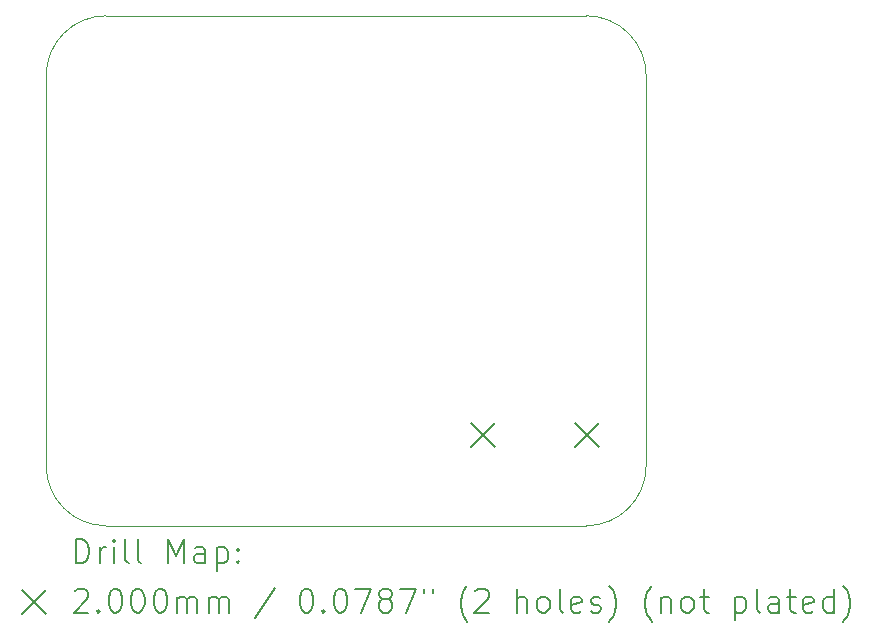
<source format=gbr>
%TF.GenerationSoftware,KiCad,Pcbnew,(6.0.7)*%
%TF.CreationDate,2022-08-15T12:54:55-04:00*%
%TF.ProjectId,2022_generic,32303232-5f67-4656-9e65-7269632e6b69,rev?*%
%TF.SameCoordinates,Original*%
%TF.FileFunction,Drillmap*%
%TF.FilePolarity,Positive*%
%FSLAX45Y45*%
G04 Gerber Fmt 4.5, Leading zero omitted, Abs format (unit mm)*
G04 Created by KiCad (PCBNEW (6.0.7)) date 2022-08-15 12:54:55*
%MOMM*%
%LPD*%
G01*
G04 APERTURE LIST*
%ADD10C,0.100000*%
%ADD11C,0.200000*%
G04 APERTURE END LIST*
D10*
X18034000Y-13970000D02*
G75*
G03*
X18542000Y-13462000I0J508000D01*
G01*
X18542000Y-10160000D02*
G75*
G03*
X18034000Y-9652000I-508000J0D01*
G01*
X18542000Y-10160000D02*
X18542000Y-13462000D01*
X18034000Y-13970000D02*
X13970000Y-13970000D01*
X13970000Y-9652000D02*
G75*
G03*
X13462000Y-10160000I0J-508000D01*
G01*
X13970000Y-9652000D02*
X18034000Y-9652000D01*
X13462000Y-13462000D02*
X13462000Y-10160000D01*
X13462000Y-13462000D02*
G75*
G03*
X13970000Y-13970000I508000J0D01*
G01*
D11*
X17062200Y-13101400D02*
X17262200Y-13301400D01*
X17262200Y-13101400D02*
X17062200Y-13301400D01*
X17942200Y-13101400D02*
X18142200Y-13301400D01*
X18142200Y-13101400D02*
X17942200Y-13301400D01*
X13714619Y-14285476D02*
X13714619Y-14085476D01*
X13762238Y-14085476D01*
X13790809Y-14095000D01*
X13809857Y-14114048D01*
X13819381Y-14133095D01*
X13828905Y-14171190D01*
X13828905Y-14199762D01*
X13819381Y-14237857D01*
X13809857Y-14256905D01*
X13790809Y-14275952D01*
X13762238Y-14285476D01*
X13714619Y-14285476D01*
X13914619Y-14285476D02*
X13914619Y-14152143D01*
X13914619Y-14190238D02*
X13924143Y-14171190D01*
X13933667Y-14161667D01*
X13952714Y-14152143D01*
X13971762Y-14152143D01*
X14038428Y-14285476D02*
X14038428Y-14152143D01*
X14038428Y-14085476D02*
X14028905Y-14095000D01*
X14038428Y-14104524D01*
X14047952Y-14095000D01*
X14038428Y-14085476D01*
X14038428Y-14104524D01*
X14162238Y-14285476D02*
X14143190Y-14275952D01*
X14133667Y-14256905D01*
X14133667Y-14085476D01*
X14267000Y-14285476D02*
X14247952Y-14275952D01*
X14238428Y-14256905D01*
X14238428Y-14085476D01*
X14495571Y-14285476D02*
X14495571Y-14085476D01*
X14562238Y-14228333D01*
X14628905Y-14085476D01*
X14628905Y-14285476D01*
X14809857Y-14285476D02*
X14809857Y-14180714D01*
X14800333Y-14161667D01*
X14781286Y-14152143D01*
X14743190Y-14152143D01*
X14724143Y-14161667D01*
X14809857Y-14275952D02*
X14790809Y-14285476D01*
X14743190Y-14285476D01*
X14724143Y-14275952D01*
X14714619Y-14256905D01*
X14714619Y-14237857D01*
X14724143Y-14218809D01*
X14743190Y-14209286D01*
X14790809Y-14209286D01*
X14809857Y-14199762D01*
X14905095Y-14152143D02*
X14905095Y-14352143D01*
X14905095Y-14161667D02*
X14924143Y-14152143D01*
X14962238Y-14152143D01*
X14981286Y-14161667D01*
X14990809Y-14171190D01*
X15000333Y-14190238D01*
X15000333Y-14247381D01*
X14990809Y-14266428D01*
X14981286Y-14275952D01*
X14962238Y-14285476D01*
X14924143Y-14285476D01*
X14905095Y-14275952D01*
X15086048Y-14266428D02*
X15095571Y-14275952D01*
X15086048Y-14285476D01*
X15076524Y-14275952D01*
X15086048Y-14266428D01*
X15086048Y-14285476D01*
X15086048Y-14161667D02*
X15095571Y-14171190D01*
X15086048Y-14180714D01*
X15076524Y-14171190D01*
X15086048Y-14161667D01*
X15086048Y-14180714D01*
X13257000Y-14515000D02*
X13457000Y-14715000D01*
X13457000Y-14515000D02*
X13257000Y-14715000D01*
X13705095Y-14524524D02*
X13714619Y-14515000D01*
X13733667Y-14505476D01*
X13781286Y-14505476D01*
X13800333Y-14515000D01*
X13809857Y-14524524D01*
X13819381Y-14543571D01*
X13819381Y-14562619D01*
X13809857Y-14591190D01*
X13695571Y-14705476D01*
X13819381Y-14705476D01*
X13905095Y-14686428D02*
X13914619Y-14695952D01*
X13905095Y-14705476D01*
X13895571Y-14695952D01*
X13905095Y-14686428D01*
X13905095Y-14705476D01*
X14038428Y-14505476D02*
X14057476Y-14505476D01*
X14076524Y-14515000D01*
X14086048Y-14524524D01*
X14095571Y-14543571D01*
X14105095Y-14581667D01*
X14105095Y-14629286D01*
X14095571Y-14667381D01*
X14086048Y-14686428D01*
X14076524Y-14695952D01*
X14057476Y-14705476D01*
X14038428Y-14705476D01*
X14019381Y-14695952D01*
X14009857Y-14686428D01*
X14000333Y-14667381D01*
X13990809Y-14629286D01*
X13990809Y-14581667D01*
X14000333Y-14543571D01*
X14009857Y-14524524D01*
X14019381Y-14515000D01*
X14038428Y-14505476D01*
X14228905Y-14505476D02*
X14247952Y-14505476D01*
X14267000Y-14515000D01*
X14276524Y-14524524D01*
X14286048Y-14543571D01*
X14295571Y-14581667D01*
X14295571Y-14629286D01*
X14286048Y-14667381D01*
X14276524Y-14686428D01*
X14267000Y-14695952D01*
X14247952Y-14705476D01*
X14228905Y-14705476D01*
X14209857Y-14695952D01*
X14200333Y-14686428D01*
X14190809Y-14667381D01*
X14181286Y-14629286D01*
X14181286Y-14581667D01*
X14190809Y-14543571D01*
X14200333Y-14524524D01*
X14209857Y-14515000D01*
X14228905Y-14505476D01*
X14419381Y-14505476D02*
X14438428Y-14505476D01*
X14457476Y-14515000D01*
X14467000Y-14524524D01*
X14476524Y-14543571D01*
X14486048Y-14581667D01*
X14486048Y-14629286D01*
X14476524Y-14667381D01*
X14467000Y-14686428D01*
X14457476Y-14695952D01*
X14438428Y-14705476D01*
X14419381Y-14705476D01*
X14400333Y-14695952D01*
X14390809Y-14686428D01*
X14381286Y-14667381D01*
X14371762Y-14629286D01*
X14371762Y-14581667D01*
X14381286Y-14543571D01*
X14390809Y-14524524D01*
X14400333Y-14515000D01*
X14419381Y-14505476D01*
X14571762Y-14705476D02*
X14571762Y-14572143D01*
X14571762Y-14591190D02*
X14581286Y-14581667D01*
X14600333Y-14572143D01*
X14628905Y-14572143D01*
X14647952Y-14581667D01*
X14657476Y-14600714D01*
X14657476Y-14705476D01*
X14657476Y-14600714D02*
X14667000Y-14581667D01*
X14686048Y-14572143D01*
X14714619Y-14572143D01*
X14733667Y-14581667D01*
X14743190Y-14600714D01*
X14743190Y-14705476D01*
X14838428Y-14705476D02*
X14838428Y-14572143D01*
X14838428Y-14591190D02*
X14847952Y-14581667D01*
X14867000Y-14572143D01*
X14895571Y-14572143D01*
X14914619Y-14581667D01*
X14924143Y-14600714D01*
X14924143Y-14705476D01*
X14924143Y-14600714D02*
X14933667Y-14581667D01*
X14952714Y-14572143D01*
X14981286Y-14572143D01*
X15000333Y-14581667D01*
X15009857Y-14600714D01*
X15009857Y-14705476D01*
X15400333Y-14495952D02*
X15228905Y-14753095D01*
X15657476Y-14505476D02*
X15676524Y-14505476D01*
X15695571Y-14515000D01*
X15705095Y-14524524D01*
X15714619Y-14543571D01*
X15724143Y-14581667D01*
X15724143Y-14629286D01*
X15714619Y-14667381D01*
X15705095Y-14686428D01*
X15695571Y-14695952D01*
X15676524Y-14705476D01*
X15657476Y-14705476D01*
X15638428Y-14695952D01*
X15628905Y-14686428D01*
X15619381Y-14667381D01*
X15609857Y-14629286D01*
X15609857Y-14581667D01*
X15619381Y-14543571D01*
X15628905Y-14524524D01*
X15638428Y-14515000D01*
X15657476Y-14505476D01*
X15809857Y-14686428D02*
X15819381Y-14695952D01*
X15809857Y-14705476D01*
X15800333Y-14695952D01*
X15809857Y-14686428D01*
X15809857Y-14705476D01*
X15943190Y-14505476D02*
X15962238Y-14505476D01*
X15981286Y-14515000D01*
X15990809Y-14524524D01*
X16000333Y-14543571D01*
X16009857Y-14581667D01*
X16009857Y-14629286D01*
X16000333Y-14667381D01*
X15990809Y-14686428D01*
X15981286Y-14695952D01*
X15962238Y-14705476D01*
X15943190Y-14705476D01*
X15924143Y-14695952D01*
X15914619Y-14686428D01*
X15905095Y-14667381D01*
X15895571Y-14629286D01*
X15895571Y-14581667D01*
X15905095Y-14543571D01*
X15914619Y-14524524D01*
X15924143Y-14515000D01*
X15943190Y-14505476D01*
X16076524Y-14505476D02*
X16209857Y-14505476D01*
X16124143Y-14705476D01*
X16314619Y-14591190D02*
X16295571Y-14581667D01*
X16286048Y-14572143D01*
X16276524Y-14553095D01*
X16276524Y-14543571D01*
X16286048Y-14524524D01*
X16295571Y-14515000D01*
X16314619Y-14505476D01*
X16352714Y-14505476D01*
X16371762Y-14515000D01*
X16381286Y-14524524D01*
X16390809Y-14543571D01*
X16390809Y-14553095D01*
X16381286Y-14572143D01*
X16371762Y-14581667D01*
X16352714Y-14591190D01*
X16314619Y-14591190D01*
X16295571Y-14600714D01*
X16286048Y-14610238D01*
X16276524Y-14629286D01*
X16276524Y-14667381D01*
X16286048Y-14686428D01*
X16295571Y-14695952D01*
X16314619Y-14705476D01*
X16352714Y-14705476D01*
X16371762Y-14695952D01*
X16381286Y-14686428D01*
X16390809Y-14667381D01*
X16390809Y-14629286D01*
X16381286Y-14610238D01*
X16371762Y-14600714D01*
X16352714Y-14591190D01*
X16457476Y-14505476D02*
X16590809Y-14505476D01*
X16505095Y-14705476D01*
X16657476Y-14505476D02*
X16657476Y-14543571D01*
X16733667Y-14505476D02*
X16733667Y-14543571D01*
X17028905Y-14781667D02*
X17019381Y-14772143D01*
X17000333Y-14743571D01*
X16990810Y-14724524D01*
X16981286Y-14695952D01*
X16971762Y-14648333D01*
X16971762Y-14610238D01*
X16981286Y-14562619D01*
X16990810Y-14534048D01*
X17000333Y-14515000D01*
X17019381Y-14486428D01*
X17028905Y-14476905D01*
X17095571Y-14524524D02*
X17105095Y-14515000D01*
X17124143Y-14505476D01*
X17171762Y-14505476D01*
X17190810Y-14515000D01*
X17200333Y-14524524D01*
X17209857Y-14543571D01*
X17209857Y-14562619D01*
X17200333Y-14591190D01*
X17086048Y-14705476D01*
X17209857Y-14705476D01*
X17447952Y-14705476D02*
X17447952Y-14505476D01*
X17533667Y-14705476D02*
X17533667Y-14600714D01*
X17524143Y-14581667D01*
X17505095Y-14572143D01*
X17476524Y-14572143D01*
X17457476Y-14581667D01*
X17447952Y-14591190D01*
X17657476Y-14705476D02*
X17638429Y-14695952D01*
X17628905Y-14686428D01*
X17619381Y-14667381D01*
X17619381Y-14610238D01*
X17628905Y-14591190D01*
X17638429Y-14581667D01*
X17657476Y-14572143D01*
X17686048Y-14572143D01*
X17705095Y-14581667D01*
X17714619Y-14591190D01*
X17724143Y-14610238D01*
X17724143Y-14667381D01*
X17714619Y-14686428D01*
X17705095Y-14695952D01*
X17686048Y-14705476D01*
X17657476Y-14705476D01*
X17838429Y-14705476D02*
X17819381Y-14695952D01*
X17809857Y-14676905D01*
X17809857Y-14505476D01*
X17990810Y-14695952D02*
X17971762Y-14705476D01*
X17933667Y-14705476D01*
X17914619Y-14695952D01*
X17905095Y-14676905D01*
X17905095Y-14600714D01*
X17914619Y-14581667D01*
X17933667Y-14572143D01*
X17971762Y-14572143D01*
X17990810Y-14581667D01*
X18000333Y-14600714D01*
X18000333Y-14619762D01*
X17905095Y-14638809D01*
X18076524Y-14695952D02*
X18095571Y-14705476D01*
X18133667Y-14705476D01*
X18152714Y-14695952D01*
X18162238Y-14676905D01*
X18162238Y-14667381D01*
X18152714Y-14648333D01*
X18133667Y-14638809D01*
X18105095Y-14638809D01*
X18086048Y-14629286D01*
X18076524Y-14610238D01*
X18076524Y-14600714D01*
X18086048Y-14581667D01*
X18105095Y-14572143D01*
X18133667Y-14572143D01*
X18152714Y-14581667D01*
X18228905Y-14781667D02*
X18238429Y-14772143D01*
X18257476Y-14743571D01*
X18267000Y-14724524D01*
X18276524Y-14695952D01*
X18286048Y-14648333D01*
X18286048Y-14610238D01*
X18276524Y-14562619D01*
X18267000Y-14534048D01*
X18257476Y-14515000D01*
X18238429Y-14486428D01*
X18228905Y-14476905D01*
X18590810Y-14781667D02*
X18581286Y-14772143D01*
X18562238Y-14743571D01*
X18552714Y-14724524D01*
X18543190Y-14695952D01*
X18533667Y-14648333D01*
X18533667Y-14610238D01*
X18543190Y-14562619D01*
X18552714Y-14534048D01*
X18562238Y-14515000D01*
X18581286Y-14486428D01*
X18590810Y-14476905D01*
X18667000Y-14572143D02*
X18667000Y-14705476D01*
X18667000Y-14591190D02*
X18676524Y-14581667D01*
X18695571Y-14572143D01*
X18724143Y-14572143D01*
X18743190Y-14581667D01*
X18752714Y-14600714D01*
X18752714Y-14705476D01*
X18876524Y-14705476D02*
X18857476Y-14695952D01*
X18847952Y-14686428D01*
X18838429Y-14667381D01*
X18838429Y-14610238D01*
X18847952Y-14591190D01*
X18857476Y-14581667D01*
X18876524Y-14572143D01*
X18905095Y-14572143D01*
X18924143Y-14581667D01*
X18933667Y-14591190D01*
X18943190Y-14610238D01*
X18943190Y-14667381D01*
X18933667Y-14686428D01*
X18924143Y-14695952D01*
X18905095Y-14705476D01*
X18876524Y-14705476D01*
X19000333Y-14572143D02*
X19076524Y-14572143D01*
X19028905Y-14505476D02*
X19028905Y-14676905D01*
X19038429Y-14695952D01*
X19057476Y-14705476D01*
X19076524Y-14705476D01*
X19295571Y-14572143D02*
X19295571Y-14772143D01*
X19295571Y-14581667D02*
X19314619Y-14572143D01*
X19352714Y-14572143D01*
X19371762Y-14581667D01*
X19381286Y-14591190D01*
X19390810Y-14610238D01*
X19390810Y-14667381D01*
X19381286Y-14686428D01*
X19371762Y-14695952D01*
X19352714Y-14705476D01*
X19314619Y-14705476D01*
X19295571Y-14695952D01*
X19505095Y-14705476D02*
X19486048Y-14695952D01*
X19476524Y-14676905D01*
X19476524Y-14505476D01*
X19667000Y-14705476D02*
X19667000Y-14600714D01*
X19657476Y-14581667D01*
X19638429Y-14572143D01*
X19600333Y-14572143D01*
X19581286Y-14581667D01*
X19667000Y-14695952D02*
X19647952Y-14705476D01*
X19600333Y-14705476D01*
X19581286Y-14695952D01*
X19571762Y-14676905D01*
X19571762Y-14657857D01*
X19581286Y-14638809D01*
X19600333Y-14629286D01*
X19647952Y-14629286D01*
X19667000Y-14619762D01*
X19733667Y-14572143D02*
X19809857Y-14572143D01*
X19762238Y-14505476D02*
X19762238Y-14676905D01*
X19771762Y-14695952D01*
X19790810Y-14705476D01*
X19809857Y-14705476D01*
X19952714Y-14695952D02*
X19933667Y-14705476D01*
X19895571Y-14705476D01*
X19876524Y-14695952D01*
X19867000Y-14676905D01*
X19867000Y-14600714D01*
X19876524Y-14581667D01*
X19895571Y-14572143D01*
X19933667Y-14572143D01*
X19952714Y-14581667D01*
X19962238Y-14600714D01*
X19962238Y-14619762D01*
X19867000Y-14638809D01*
X20133667Y-14705476D02*
X20133667Y-14505476D01*
X20133667Y-14695952D02*
X20114619Y-14705476D01*
X20076524Y-14705476D01*
X20057476Y-14695952D01*
X20047952Y-14686428D01*
X20038429Y-14667381D01*
X20038429Y-14610238D01*
X20047952Y-14591190D01*
X20057476Y-14581667D01*
X20076524Y-14572143D01*
X20114619Y-14572143D01*
X20133667Y-14581667D01*
X20209857Y-14781667D02*
X20219381Y-14772143D01*
X20238429Y-14743571D01*
X20247952Y-14724524D01*
X20257476Y-14695952D01*
X20267000Y-14648333D01*
X20267000Y-14610238D01*
X20257476Y-14562619D01*
X20247952Y-14534048D01*
X20238429Y-14515000D01*
X20219381Y-14486428D01*
X20209857Y-14476905D01*
M02*

</source>
